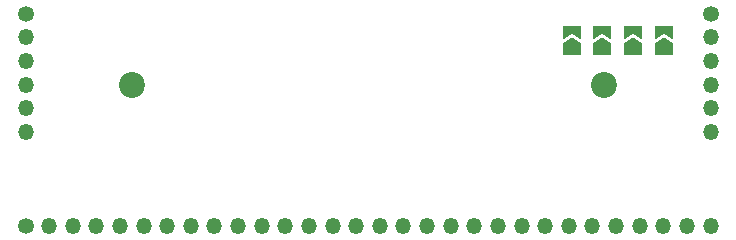
<source format=gbs>
G04 #@! TF.GenerationSoftware,KiCad,Pcbnew,(6.0.10)*
G04 #@! TF.CreationDate,2023-02-04T17:17:42+01:00*
G04 #@! TF.ProjectId,Lumissil_IS31FL3742A_breakout,4c756d69-7373-4696-9c5f-49533331464c,rev?*
G04 #@! TF.SameCoordinates,Original*
G04 #@! TF.FileFunction,Soldermask,Bot*
G04 #@! TF.FilePolarity,Negative*
%FSLAX46Y46*%
G04 Gerber Fmt 4.6, Leading zero omitted, Abs format (unit mm)*
G04 Created by KiCad (PCBNEW (6.0.10)) date 2023-02-04 17:17:42*
%MOMM*%
%LPD*%
G01*
G04 APERTURE LIST*
G04 Aperture macros list*
%AMFreePoly0*
4,1,6,1.000000,0.000000,0.500000,-0.750000,-0.500000,-0.750000,-0.500000,0.750000,0.500000,0.750000,1.000000,0.000000,1.000000,0.000000,$1*%
%AMFreePoly1*
4,1,6,0.500000,-0.750000,-0.650000,-0.750000,-0.150000,0.000000,-0.650000,0.750000,0.500000,0.750000,0.500000,-0.750000,0.500000,-0.750000,$1*%
G04 Aperture macros list end*
%ADD10C,1.350000*%
%ADD11O,1.350000X1.350000*%
%ADD12C,2.200000*%
%ADD13FreePoly0,90.000000*%
%ADD14FreePoly1,90.000000*%
G04 APERTURE END LIST*
D10*
X121000000Y-36500000D03*
D11*
X121000000Y-38500000D03*
X121000000Y-40500000D03*
X121000000Y-42500000D03*
X121000000Y-44500000D03*
X121000000Y-46500000D03*
D10*
X63000000Y-54500000D03*
D11*
X65000000Y-54500000D03*
X67000000Y-54500000D03*
X69000000Y-54500000D03*
X71000000Y-54500000D03*
X73000000Y-54500000D03*
X75000000Y-54500000D03*
X77000000Y-54500000D03*
X79000000Y-54500000D03*
X81000000Y-54500000D03*
X83000000Y-54500000D03*
X85000000Y-54500000D03*
X87000000Y-54500000D03*
X89000000Y-54500000D03*
X91000000Y-54500000D03*
X93000000Y-54500000D03*
X95000000Y-54500000D03*
X97000000Y-54500000D03*
X99000000Y-54500000D03*
X101000000Y-54500000D03*
X103000000Y-54500000D03*
X105000000Y-54500000D03*
X107000000Y-54500000D03*
X109000000Y-54500000D03*
X111000000Y-54500000D03*
X113000000Y-54500000D03*
X115000000Y-54500000D03*
X117000000Y-54500000D03*
X119000000Y-54500000D03*
X121000000Y-54500000D03*
D12*
X112000000Y-42500000D03*
X72000000Y-42500000D03*
D10*
X63000000Y-36500000D03*
D11*
X63000000Y-38500000D03*
X63000000Y-40500000D03*
X63000000Y-42500000D03*
X63000000Y-44500000D03*
X63000000Y-46500000D03*
D13*
X114430000Y-39475000D03*
D14*
X114430000Y-38025000D03*
D13*
X117020000Y-39475000D03*
D14*
X117020000Y-38025000D03*
D13*
X111840000Y-39475000D03*
D14*
X111840000Y-38025000D03*
D13*
X109250000Y-39475000D03*
D14*
X109250000Y-38025000D03*
M02*

</source>
